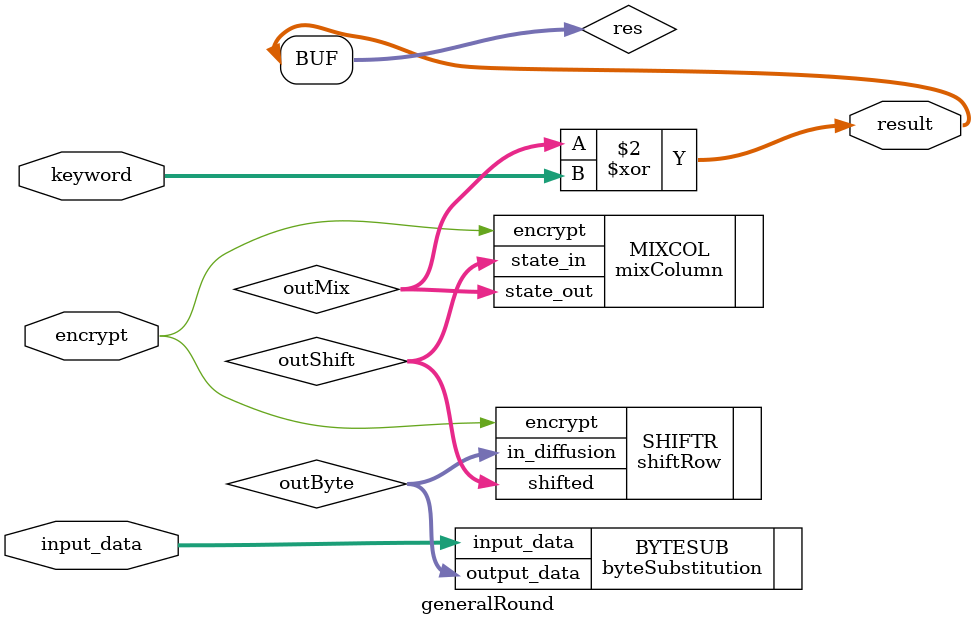
<source format=sv>
`timescale 1ns / 1ps

module generalRound
(
input wire encrypt,
input wire [127:0] keyword, input_data,
output wire [127:0] result
);


reg [127:0] outByte, outShift, outMix;
reg [127:0] res;

byteSubstitution BYTESUB
(
.input_data(input_data),
.output_data(outByte)
);

shiftRow SHIFTR
(
.encrypt(encrypt),
.in_diffusion(outByte),
.shifted(outShift)
);

mixColumn MIXCOL
(
.encrypt(encrypt),
.state_in(outShift),
.state_out(outMix)
);


always @ (outMix) begin
  res = outMix ^ keyword;
end

assign result = res;

endmodule

</source>
